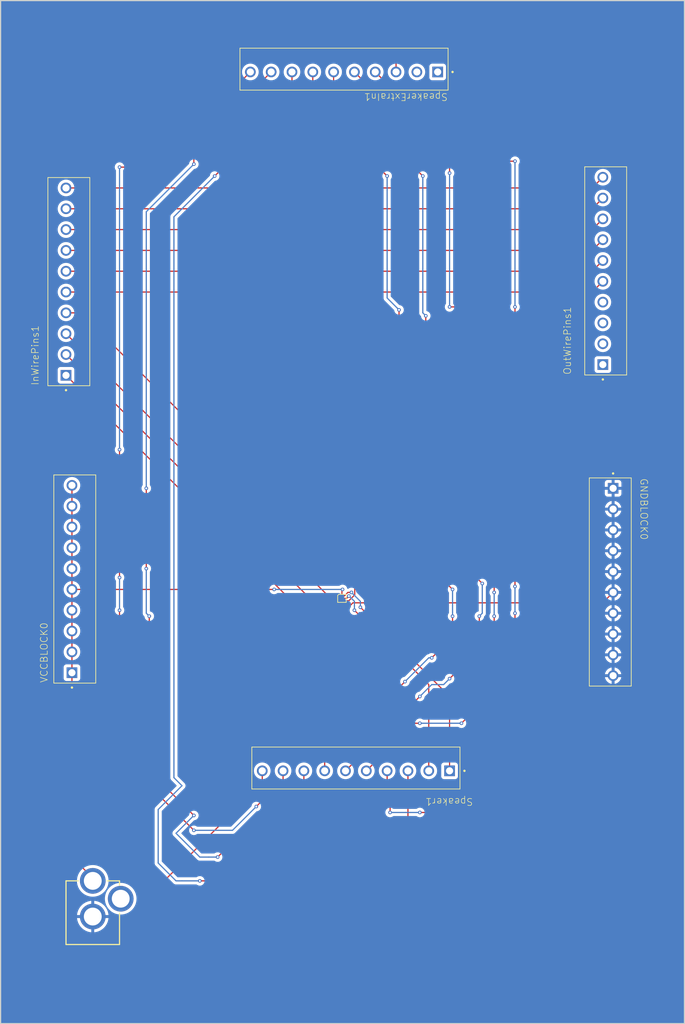
<source format=kicad_pcb>
(kicad_pcb (version 20240108) (generator "pcbnew") (generator_version "8.0")
  (layers (0 "F.Cu" signal) (31 "B.Cu" signal) (34 "B.Paste" user) (35 "F.Paste" user) (36 "B.SilkS" user "B.Silkscreen") (37 "F.SilkS" user "F.Silkscreen") (38 "B.Mask" user) (39 "F.Mask" user) (44 "Edge.Cuts" user))
  (net 0 "")
  (net 1 "/GND")
  (net 3 "/VCC")
  (net 4 "Net-(U1-OUTN)")
  (net 5 "/!SD_MODE_IN")
  (net 6 "/BCLK_IN")
  (net 8 "Net-(U1-OUTP)")
  (net 9 "/LRCK_IN")
  (net 10 "/DIN_IN")
  (net 11 "Net-(InWirePins1-Pad9)")
  (net 12 "Net-(InWirePins1-Pad8)")
  (net 13 "Net-(InWirePins1-Pad10)")
  (net 14 "Net-(InWirePins1-Pad7)")
  (net 15 "Net-(InWirePins1-Pad6)")
  (net 16 "Net-(InWirePins1-Pad5)")
  (net 17 "Net-(Speaker1-Pad5)")
  (net 18 "Net-(Speaker1-Pad10)")
  (net 19 "Net-(Speaker1-Pad3)")
  (net 20 "Net-(Speaker1-Pad7)")
  (net 21 "Net-(Speaker1-Pad9)")
  (net 22 "Net-(Speaker1-Pad6)")
  (net 23 "Net-(Speaker1-Pad8)")
  (net 24 "Net-(Speaker1-Pad4)")
  (footprint "PCB Audio Schematic:PHOENIX_1984691" (layer "F.Cu") (at 50 136.75 90)
    (property "Reference" "VCCBLOCK0" (at 0 -8 90) (layer "F.SilkS") (effects (font (size 1.1684 1.1684) (thickness 0.1016)) (justify left bottom)))
    (property "Value" "1984691")
    (fp_line (start 35 -7.05) (end 35 0) (stroke (width 0.127)) (layer "F.SilkS"))
    (fp_line (start 0 -7.05) (end 35 -7.05) (stroke (width 0.127)) (layer "F.SilkS"))
    (fp_line (start 0 -7.05) (end 0 0) (stroke (width 0.127)) (layer "F.SilkS"))
    (fp_line (start 0 0) (end 35 0) (stroke (width 0.127)) (layer "F.SilkS"))
    (fp_circle (center -0.75 -4) (end -0.65 -4) (stroke (width 0.2)) (fill none) (layer "F.SilkS"))
    (pad "1" thru_hole rect (at 1.75 -4 90) (size 1.8 1.8) (drill 1.2) (layers "*.Cu" "*.Mask") (net 3 "/VCC"))
    (pad "2" thru_hole circle (at 5.25 -4 90) (size 1.8 1.8) (drill 1.2) (layers "*.Cu" "*.Mask") (net 3 "/VCC"))
    (pad "3" thru_hole circle (at 8.75 -4 90) (size 1.8 1.8) (drill 1.2) (layers "*.Cu" "*.Mask") (net 3 "/VCC"))
    (pad "4" thru_hole circle (at 12.25 -4 90) (size 1.8 1.8) (drill 1.2) (layers "*.Cu" "*.Mask") (net 3 "/VCC"))
    (pad "5" thru_hole circle (at 15.75 -4 90) (size 1.8 1.8) (drill 1.2) (layers "*.Cu" "*.Mask") (net 3 "/VCC"))
    (pad "6" thru_hole circle (at 19.25 -4 90) (size 1.8 1.8) (drill 1.2) (layers "*.Cu" "*.Mask") (net 3 "/VCC"))
    (pad "7" thru_hole circle (at 22.75 -4 90) (size 1.8 1.8) (drill 1.2) (layers "*.Cu" "*.Mask") (net 3 "/VCC"))
    (pad "8" thru_hole circle (at 26.25 -4 90) (size 1.8 1.8) (drill 1.2) (layers "*.Cu" "*.Mask") (net 3 "/VCC"))
    (pad "9" thru_hole circle (at 29.75 -4 90) (size 1.8 1.8) (drill 1.2) (layers "*.Cu" "*.Mask") (net 3 "/VCC"))
    (pad "10" thru_hole circle (at 33.25 -4 90) (size 1.8 1.8) (drill 1.2) (layers "*.Cu" "*.Mask") (net 3 "/VCC"))
  )
  (footprint "PCB Audio Schematic:POWER_JACK" (layer "F.Cu") (at 49.5 183.7)
    (property "Reference" "J1" (hide yes))
    (property "Value" "POWER_JACK" (hide yes))
    (fp_line (start -4.5 -13.7) (end -2.4 -13.7) (stroke (width 0.2032)) (layer "F.SilkS"))
    (fp_line (start -4.5 -3) (end -4.5 -13.7) (stroke (width 0.2032)) (layer "F.SilkS"))
    (fp_line (start -4.5 -3) (end 4.5 -3) (stroke (width 0.2032)) (layer "F.SilkS"))
    (fp_line (start 4.5 -13.7) (end 2.4 -13.7) (stroke (width 0.2032)) (layer "F.SilkS"))
    (fp_line (start 4.5 -13.7) (end 4.5 -13) (stroke (width 0.2032)) (layer "F.SilkS"))
    (fp_line (start 4.5 -3) (end 4.5 -8.3) (stroke (width 0.2032)) (layer "F.SilkS"))
    (pad "GND" thru_hole circle (at 0 -7.7) (size 4.318 4.318) (drill 2.9972) (layers "*.Cu" "*.Mask") (net 1 "/GND"))
    (pad "GNDBREAK" thru_hole circle (at 4.7 -10.7 90) (size 4.318 4.318) (drill 2.9972) (layers "*.Cu" "*.Mask"))
    (pad "PWR" thru_hole circle (at 0 -13.7) (size 4.318 4.318) (drill 2.9972) (layers "*.Cu" "*.Mask") (net 3 "/VCC"))
  )
  (footprint "PCB Audio Schematic:PHOENIX_1984691" (layer "F.Cu") (at 49 86.75 90)
    (property "Reference" "InWirePins1" (at 0 -8.5 90) (layer "F.SilkS") (effects (font (size 1.1684 1.1684) (thickness 0.1016)) (justify left bottom)))
    (property "Value" "~")
    (fp_line (start 35 -7.05) (end 35 0) (stroke (width 0.127)) (layer "F.SilkS"))
    (fp_line (start 0 -7.05) (end 35 -7.05) (stroke (width 0.127)) (layer "F.SilkS"))
    (fp_line (start 0 -7.05) (end 0 0) (stroke (width 0.127)) (layer "F.SilkS"))
    (fp_line (start 0 0) (end 35 0) (stroke (width 0.127)) (layer "F.SilkS"))
    (fp_circle (center -0.75 -4) (end -0.65 -4) (stroke (width 0.2)) (fill none) (layer "F.SilkS"))
    (pad "1" thru_hole rect (at 1.75 -4 90) (size 1.8 1.8) (drill 1.2) (layers "*.Cu" "*.Mask") (net 6 "/BCLK_IN"))
    (pad "2" thru_hole circle (at 5.25 -4 90) (size 1.8 1.8) (drill 1.2) (layers "*.Cu" "*.Mask") (net 10 "/DIN_IN"))
    (pad "3" thru_hole circle (at 8.75 -4 90) (size 1.8 1.8) (drill 1.2) (layers "*.Cu" "*.Mask") (net 5 "/!SD_MODE_IN"))
    (pad "4" thru_hole circle (at 12.25 -4 90) (size 1.8 1.8) (drill 1.2) (layers "*.Cu" "*.Mask") (net 9 "/LRCK_IN"))
    (pad "5" thru_hole circle (at 15.75 -4 90) (size 1.8 1.8) (drill 1.2) (layers "*.Cu" "*.Mask") (net 16 "Net-(InWirePins1-Pad5)"))
    (pad "6" thru_hole circle (at 19.25 -4 90) (size 1.8 1.8) (drill 1.2) (layers "*.Cu" "*.Mask") (net 15 "Net-(InWirePins1-Pad6)"))
    (pad "7" thru_hole circle (at 22.75 -4 90) (size 1.8 1.8) (drill 1.2) (layers "*.Cu" "*.Mask") (net 14 "Net-(InWirePins1-Pad7)"))
    (pad "8" thru_hole circle (at 26.25 -4 90) (size 1.8 1.8) (drill 1.2) (layers "*.Cu" "*.Mask") (net 12 "Net-(InWirePins1-Pad8)"))
    (pad "9" thru_hole circle (at 29.75 -4 90) (size 1.8 1.8) (drill 1.2) (layers "*.Cu" "*.Mask") (net 11 "Net-(InWirePins1-Pad9)"))
    (pad "10" thru_hole circle (at 33.25 -4 90) (size 1.8 1.8) (drill 1.2) (layers "*.Cu" "*.Mask") (net 13 "Net-(InWirePins1-Pad10)"))
  )
  (footprint "PCB Audio Schematic:PHOENIX_1984691" (layer "F.Cu") (at 133 102.25 -90)
    (property "Reference" "GNDBLOCK0" (at 0 -8.5 -90) (layer "F.SilkS") (effects (font (size 1.1684 1.1684) (thickness 0.1016)) (justify left bottom)))
    (property "Value" "1984691")
    (fp_line (start 0 0) (end 35 0) (stroke (width 0.127)) (layer "F.SilkS"))
    (fp_line (start 0 -7.05) (end 0 0) (stroke (width 0.127)) (layer "F.SilkS"))
    (fp_line (start 0 -7.05) (end 35 -7.05) (stroke (width 0.127)) (layer "F.SilkS"))
    (fp_line (start 35 -7.05) (end 35 0) (stroke (width 0.127)) (layer "F.SilkS"))
    (fp_circle (center -0.75 -4) (end -0.65 -4) (stroke (width 0.2)) (fill none) (layer "F.SilkS"))
    (pad "1" thru_hole rect (at 1.75 -4 270) (size 1.8 1.8) (drill 1.2) (layers "*.Cu" "*.Mask") (net 1 "/GND"))
    (pad "2" thru_hole circle (at 5.25 -4 270) (size 1.8 1.8) (drill 1.2) (layers "*.Cu" "*.Mask") (net 1 "/GND"))
    (pad "3" thru_hole circle (at 8.75 -4 270) (size 1.8 1.8) (drill 1.2) (layers "*.Cu" "*.Mask") (net 1 "/GND"))
    (pad "4" thru_hole circle (at 12.25 -4 270) (size 1.8 1.8) (drill 1.2) (layers "*.Cu" "*.Mask") (net 1 "/GND"))
    (pad "5" thru_hole circle (at 15.75 -4 270) (size 1.8 1.8) (drill 1.2) (layers "*.Cu" "*.Mask") (net 1 "/GND"))
    (pad "6" thru_hole circle (at 19.25 -4 270) (size 1.8 1.8) (drill 1.2) (layers "*.Cu" "*.Mask") (net 1 "/GND"))
    (pad "7" thru_hole circle (at 22.75 -4 270) (size 1.8 1.8) (drill 1.2) (layers "*.Cu" "*.Mask") (net 1 "/GND"))
    (pad "8" thru_hole circle (at 26.25 -4 270) (size 1.8 1.8) (drill 1.2) (layers "*.Cu" "*.Mask") (net 1 "/GND"))
    (pad "9" thru_hole circle (at 29.75 -4 270) (size 1.8 1.8) (drill 1.2) (layers "*.Cu" "*.Mask") (net 1 "/GND"))
    (pad "10" thru_hole circle (at 33.25 -4 270) (size 1.8 1.8) (drill 1.2) (layers "*.Cu" "*.Mask") (net 1 "/GND"))
  )
  (footprint "PCB Audio Schematic:PHOENIX_1984691" (layer "F.Cu") (at 109.25 30 180)
    (property "Reference" "SpeakerExtraIn1" (at 0 -7.5 180) (layer "F.SilkS") (effects (font (size 1.1684 1.1684) (thickness 0.1016)) (justify left bottom)))
    (property "Value" "~")
    (fp_line (start 35 -7.05) (end 35 0) (stroke (width 0.127)) (layer "F.SilkS"))
    (fp_line (start 0 0) (end 35 0) (stroke (width 0.127)) (layer "F.SilkS"))
    (fp_line (start 0 -7.05) (end 35 -7.05) (stroke (width 0.127)) (layer "F.SilkS"))
    (fp_line (start 0 -7.05) (end 0 0) (stroke (width 0.127)) (layer "F.SilkS"))
    (fp_circle (center -0.75 -4) (end -0.65 -4) (stroke (width 0.2)) (fill none) (layer "F.SilkS"))
    (pad "1" thru_hole rect (at 1.75 -4 180) (size 1.8 1.8) (drill 1.2) (layers "*.Cu" "*.Mask"))
    (pad "2" thru_hole circle (at 5.25 -4 180) (size 1.8 1.8) (drill 1.2) (layers "*.Cu" "*.Mask"))
    (pad "3" thru_hole circle (at 8.75 -4 180) (size 1.8 1.8) (drill 1.2) (layers "*.Cu" "*.Mask") (net 19 "Net-(Speaker1-Pad3)"))
    (pad "4" thru_hole circle (at 12.25 -4 180) (size 1.8 1.8) (drill 1.2) (layers "*.Cu" "*.Mask") (net 24 "Net-(Speaker1-Pad4)"))
    (pad "5" thru_hole circle (at 15.75 -4 180) (size 1.8 1.8) (drill 1.2) (layers "*.Cu" "*.Mask") (net 17 "Net-(Speaker1-Pad5)"))
    (pad "6" thru_hole circle (at 19.25 -4 180) (size 1.8 1.8) (drill 1.2) (layers "*.Cu" "*.Mask") (net 22 "Net-(Speaker1-Pad6)"))
    (pad "7" thru_hole circle (at 22.75 -4 180) (size 1.8 1.8) (drill 1.2) (layers "*.Cu" "*.Mask") (net 20 "Net-(Speaker1-Pad7)"))
    (pad "8" thru_hole circle (at 26.25 -4 180) (size 1.8 1.8) (drill 1.2) (layers "*.Cu" "*.Mask") (net 23 "Net-(Speaker1-Pad8)"))
    (pad "9" thru_hole circle (at 29.75 -4 180) (size 1.8 1.8) (drill 1.2) (layers "*.Cu" "*.Mask") (net 21 "Net-(Speaker1-Pad9)"))
    (pad "10" thru_hole circle (at 33.25 -4 180) (size 1.8 1.8) (drill 1.2) (layers "*.Cu" "*.Mask") (net 18 "Net-(Speaker1-Pad10)"))
  )
  (footprint "PCB Audio Schematic:MAX98357A" (layer "F.Cu") (at 91.4 122.5)
    (property "Reference" "U1" (hide yes))
    (property "Value" "MAX98357A")
    (fp_line (start -0.7185 -0.4815) (end -0.7185 0.6735) (stroke (width 0.127)) (layer "F.SilkS"))
    (fp_line (start -0.7185 0.6735) (end 0.7185 0.6735) (stroke (width 0.127)) (layer "F.SilkS"))
    (fp_line (start -0.5265 -0.6735) (end -0.7185 -0.4815) (stroke (width 0.127)) (layer "F.SilkS"))
    (fp_line (start 0.7185 -0.6735) (end -0.5265 -0.6735) (stroke (width 0.127)) (layer "F.SilkS"))
    (fp_line (start 0.7185 -0.6735) (end 0.7185 0.6735) (stroke (width 0.127)) (layer "F.SilkS"))
    (pad "A1" smd roundrect (at -0.4 -0.4) (size 0.2 0.2) (layers "F.Cu" "F.Paste" "F.Mask") (roundrect_rratio 0.5) (net 5 "/!SD_MODE_IN"))
    (pad "A2" smd roundrect (at 0 -0.4) (size 0.2 0.2) (layers "F.Cu" "F.Paste" "F.Mask") (roundrect_rratio 0.5) (net 3 "/VCC"))
    (pad "A3" smd roundrect (at 0.4 -0.4) (size 0.2 0.2) (layers "F.Cu" "F.Paste" "F.Mask") (roundrect_rratio 0.5) (net 8 "Net-(U1-OUTP)"))
    (pad "B1" smd roundrect (at -0.4 0) (size 0.2 0.2) (layers "F.Cu" "F.Paste" "F.Mask") (roundrect_rratio 0.5) (net 10 "/DIN_IN"))
    (pad "B2" smd roundrect (at 0 0) (size 0.2 0.2) (layers "F.Cu" "F.Paste" "F.Mask") (roundrect_rratio 0.5))
    (pad "B3" smd roundrect (at 0.4 0) (size 0.2 0.2) (layers "F.Cu" "F.Paste" "F.Mask") (roundrect_rratio 0.5) (net 4 "Net-(U1-OUTN)"))
    (pad "C1" smd roundrect (at -0.4 0.4) (size 0.2 0.2) (layers "F.Cu" "F.Paste" "F.Mask") (roundrect_rratio 0.5) (net 6 "/BCLK_IN"))
    (pad "C2" smd roundrect (at 0 0.4) (size 0.2 0.2) (layers "F.Cu" "F.Paste" "F.Mask") (roundrect_rratio 0.5) (net 1 "/GND"))
    (pad "C3" smd roundrect (at 0.4 0.4) (size 0.2 0.2) (layers "F.Cu" "F.Paste" "F.Mask") (roundrect_rratio 0.5) (net 9 "/LRCK_IN"))
  )
  (footprint "PCB Audio Schematic:PHOENIX_1984691" (layer "F.Cu") (at 111.25 147.5 180)
    (property "Reference" "Speaker1" (at -2.25 -8.5 180) (layer "F.SilkS") (effects (font (size 1.1684 1.1684) (thickness 0.1016)) (justify left bottom)))
    (property "Value" "~")
    (fp_line (start 35 -7.05) (end 35 0) (stroke (width 0.127)) (layer "F.SilkS"))
    (fp_line (start 0 0) (end 35 0) (stroke (width 0.127)) (layer "F.SilkS"))
    (fp_line (start 0 -7.05) (end 35 -7.05) (stroke (width 0.127)) (layer "F.SilkS"))
    (fp_line (start 0 -7.05) (end 0 0) (stroke (width 0.127)) (layer "F.SilkS"))
    (fp_circle (center -0.75 -4) (end -0.65 -4) (stroke (width 0.2)) (fill none) (layer "F.SilkS"))
    (pad "1" thru_hole rect (at 1.75 -4 180) (size 1.8 1.8) (drill 1.2) (layers "*.Cu" "*.Mask") (net 8 "Net-(U1-OUTP)"))
    (pad "2" thru_hole circle (at 5.25 -4 180) (size 1.8 1.8) (drill 1.2) (layers "*.Cu" "*.Mask") (net 4 "Net-(U1-OUTN)"))
    (pad "3" thru_hole circle (at 8.75 -4 180) (size 1.8 1.8) (drill 1.2) (layers "*.Cu" "*.Mask") (net 19 "Net-(Speaker1-Pad3)"))
    (pad "4" thru_hole circle (at 12.25 -4 180) (size 1.8 1.8) (drill 1.2) (layers "*.Cu" "*.Mask") (net 24 "Net-(Speaker1-Pad4)"))
    (pad "5" thru_hole circle (at 15.75 -4 180) (size 1.8 1.8) (drill 1.2) (layers "*.Cu" "*.Mask") (net 17 "Net-(Speaker1-Pad5)"))
    (pad "6" thru_hole circle (at 19.25 -4 180) (size 1.8 1.8) (drill 1.2) (layers "*.Cu" "*.Mask") (net 22 "Net-(Speaker1-Pad6)"))
    (pad "7" thru_hole circle (at 22.75 -4 180) (size 1.8 1.8) (drill 1.2) (layers "*.Cu" "*.Mask") (net 20 "Net-(Speaker1-Pad7)"))
    (pad "8" thru_hole circle (at 26.25 -4 180) (size 1.8 1.8) (drill 1.2) (layers "*.Cu" "*.Mask") (net 23 "Net-(Speaker1-Pad8)"))
    (pad "9" thru_hole circle (at 29.75 -4 180) (size 1.8 1.8) (drill 1.2) (layers "*.Cu" "*.Mask") (net 21 "Net-(Speaker1-Pad9)"))
    (pad "10" thru_hole circle (at 33.25 -4 180) (size 1.8 1.8) (drill 1.2) (layers "*.Cu" "*.Mask") (net 18 "Net-(Speaker1-Pad10)"))
  )
  (footprint "PCB Audio Schematic:PHOENIX_1984691" (layer "F.Cu") (at 139.275 84.9475 90)
    (property "Reference" "OutWirePins1" (at 0 -9.275 90) (layer "F.SilkS") (effects (font (size 1.1684 1.1684) (thickness 0.1016)) (justify left bottom)))
    (property "Value" "~")
    (fp_line (start 35 -7.05) (end 35 0) (stroke (width 0.127)) (layer "F.SilkS"))
    (fp_line (start 0 -7.05) (end 35 -7.05) (stroke (width 0.127)) (layer "F.SilkS"))
    (fp_line (start 0 -7.05) (end 0 0) (stroke (width 0.127)) (layer "F.SilkS"))
    (fp_line (start 0 0) (end 35 0) (stroke (width 0.127)) (layer "F.SilkS"))
    (fp_circle (center -0.75 -4) (end -0.65 -4) (stroke (width 0.2)) (fill none) (layer "F.SilkS"))
    (pad "1" thru_hole rect (at 1.75 -4 90) (size 1.8 1.8) (drill 1.2) (layers "*.Cu" "*.Mask"))
    (pad "2" thru_hole circle (at 5.25 -4 90) (size 1.8 1.8) (drill 1.2) (layers "*.Cu" "*.Mask"))
    (pad "3" thru_hole circle (at 8.75 -4 90) (size 1.8 1.8) (drill 1.2) (layers "*.Cu" "*.Mask"))
    (pad "4" thru_hole circle (at 12.25 -4 90) (size 1.8 1.8) (drill 1.2) (layers "*.Cu" "*.Mask"))
    (pad "5" thru_hole circle (at 15.75 -4 90) (size 1.8 1.8) (drill 1.2) (layers "*.Cu" "*.Mask") (net 16 "Net-(InWirePins1-Pad5)"))
    (pad "6" thru_hole circle (at 19.25 -4 90) (size 1.8 1.8) (drill 1.2) (layers "*.Cu" "*.Mask") (net 15 "Net-(InWirePins1-Pad6)"))
    (pad "7" thru_hole circle (at 22.75 -4 90) (size 1.8 1.8) (drill 1.2) (layers "*.Cu" "*.Mask") (net 14 "Net-(InWirePins1-Pad7)"))
    (pad "8" thru_hole circle (at 26.25 -4 90) (size 1.8 1.8) (drill 1.2) (layers "*.Cu" "*.Mask") (net 12 "Net-(InWirePins1-Pad8)"))
    (pad "9" thru_hole circle (at 29.75 -4 90) (size 1.8 1.8) (drill 1.2) (layers "*.Cu" "*.Mask") (net 11 "Net-(InWirePins1-Pad9)"))
    (pad "10" thru_hole circle (at 33.25 -4 90) (size 1.8 1.8) (drill 1.2) (layers "*.Cu" "*.Mask") (net 13 "Net-(InWirePins1-Pad10)"))
  )
  (gr_rect (start 34 22) (end 149 194) (stroke (width 0.2)) (fill none) (layer "Edge.Cuts"))
  (gr_text "Team 9B - Ultrasonic Math/Music Robot" (at 66 189 0) (layer "F.Cu") (effects (font (size 2.5 2.5) (thickness 0.4)) (justify left bottom)))
  (segment (start 137 118) (end 137 121.5) (width 0.2) (layer "F.Cu") (net 1))
  (segment (start 137 132) (end 137 128.5) (width 0.2) (layer "F.Cu") (net 1))
  (segment (start 137 104) (end 137 107.5) (width 0.2) (layer "F.Cu") (net 1))
  (segment (start 74 127) (end 87.441421 127) (width 0.2) (layer "F.Cu") (net 1))
  (segment (start 55.5 176) (end 74 157.5) (width 0.2) (layer "F.Cu") (net 1))
  (segment (start 74 157.5) (end 74 127) (width 0.2) (layer "F.Cu") (net 1))
  (segment (start 137 114.5) (end 137 118) (width 0.2) (layer "F.Cu") (net 1))
  (segment (start 92.5 124) (end 91.5 124) (width 0.2) (layer "F.Cu") (net 1))
  (segment (start 93.2476 123.2524) (end 92.5 124) (width 0.2) (layer "F.Cu") (net 1))
  (segment (start 137 107.5) (end 137 111) (width 0.2) (layer "F.Cu") (net 1))
  (segment (start 49.5 176) (end 55.5 176) (width 0.2) (layer "F.Cu") (net 1))
  (segment (start 87.441421 127) (end 91.4 123.041421) (width 0.2) (layer "F.Cu") (net 1))
  (segment (start 137 121.5) (end 135.2476 123.2524) (width 0.2) (layer "F.Cu") (net 1))
  (segment (start 91.4 123.041421) (end 91.4 122.9) (width 0.2) (layer "F.Cu") (net 1))
  (segment (start 135.2476 123.2524) (end 93.2476 123.2524) (width 0.2) (layer "F.Cu") (net 1))
  (segment (start 137 111) (end 137 114.5) (width 0.2) (layer "F.Cu") (net 1))
  (segment (start 137 128.5) (end 137 125) (width 0.2) (layer "F.Cu") (net 1))
  (segment (start 91.4 123.9) (end 91.4 122.9) (width 0.2) (layer "F.Cu") (net 1))
  (segment (start 137 135.5) (end 137 132) (width 0.2) (layer "F.Cu") (net 1))
  (segment (start 91.5 124) (end 91.4 123.9) (width 0.2) (layer "F.Cu") (net 1))
  (segment (start 137 125) (end 137 121.5) (width 0.2) (layer "F.Cu") (net 1))
  (segment (start 91.5 121) (end 91.4 121.1) (width 0.2) (layer "F.Cu") (net 3))
  (segment (start 46 103.5) (end 46 107) (width 0.2) (layer "F.Cu") (net 3))
  (segment (start 91.4 121.1) (end 91.4 122.1) (width 0.2) (layer "F.Cu") (net 3))
  (segment (start 46 110.5) (end 46 107) (width 0.2) (layer "F.Cu") (net 3))
  (segment (start 46 128) (end 46 131.5) (width 0.2) (layer "F.Cu") (net 3))
  (segment (start 46 135) (end 46 131.5) (width 0.2) (layer "F.Cu") (net 3))
  (segment (start 49.5 170) (end 49.5 169.5) (width 0.2) (layer "F.Cu") (net 3))
  (segment (start 46 121) (end 46 124.5) (width 0.2) (layer "F.Cu") (net 3))
  (segment (start 49.5 169.5) (end 46 166) (width 0.2) (layer "F.Cu") (net 3))
  (segment (start 46 110.5) (end 46 114) (width 0.2) (layer "F.Cu") (net 3))
  (segment (start 46 124.5) (end 46 128) (width 0.2) (layer "F.Cu") (net 3))
  (segment (start 46 166) (end 46 135) (width 0.2) (layer "F.Cu") (net 3))
  (segment (start 46 114) (end 46 117.5) (width 0.2) (layer "F.Cu") (net 3))
  (segment (start 46 117.5) (end 46 121) (width 0.2) (layer "F.Cu") (net 3))
  (segment (start 46 121) (end 80 121) (width 0.2) (layer "F.Cu") (net 3))
  (via (at 80 121) (size 0.6) (drill 0.3) (layers "F.Cu" "B.Cu") (net 3))
  (via (at 91.5 121) (size 0.6) (drill 0.3) (layers "F.Cu" "B.Cu") (net 3))
  (segment (start 80 121) (end 91.5 121) (width 0.2) (layer "B.Cu") (net 3))
  (segment (start 106 151.5) (end 106 137) (width 0.2) (layer "F.Cu") (net 4))
  (segment (start 92.558577 122.122635) (end 92.181212 122.5) (width 0.2) (layer "F.Cu") (net 4))
  (segment (start 106 137) (end 93.5 124.5) (width 0.2) (layer "F.Cu") (net 4))
  (segment (start 92.181212 122.5) (end 91.8 122.5) (width 0.2) (layer "F.Cu") (net 4))
  (via (at 92.558577 122.122635) (size 0.6) (drill 0.3) (layers "F.Cu" "B.Cu") (net 4))
  (via (at 93.5 124.5) (size 0.6) (drill 0.3) (layers "F.Cu" "B.Cu") (net 4))
  (segment (start 92.622635 122.122635) (end 92.558577 122.122635) (width 0.2) (layer "B.Cu") (net 4))
  (segment (start 93 122.5) (end 92.622635 122.122635) (width 0.2) (layer "B.Cu") (net 4))
  (segment (start 93.5 124.5) (end 93.5 123) (width 0.2) (layer "B.Cu") (net 4))
  (segment (start 93.5 123) (end 93 122.5) (width 0.2) (layer "B.Cu") (net 4))
  (segment (start 89.1 122.1) (end 45 78) (width 0.2) (layer "F.Cu") (net 5))
  (segment (start 91 122.1) (end 89.1 122.1) (width 0.2) (layer "F.Cu") (net 5))
  (segment (start 82.9 122.9) (end 91 122.9) (width 0.2) (layer "F.Cu") (net 6))
  (segment (start 45 85) (end 82.9 122.9) (width 0.2) (layer "F.Cu") (net 6))
  (segment (start 93 121.5) (end 92.4 121.5) (width 0.2) (layer "F.Cu") (net 8))
  (segment (start 109.5 151.5) (end 109.5 139) (width 0.2) (layer "F.Cu") (net 8))
  (segment (start 92.4 121.5) (end 91.8 122.1) (width 0.2) (layer "F.Cu") (net 8))
  (segment (start 109.5 139) (end 94.5 124) (width 0.2) (layer "F.Cu") (net 8))
  (via (at 94.5 124) (size 0.6) (drill 0.3) (layers "F.Cu" "B.Cu") (net 8))
  (via (at 93 121.5) (size 0.6) (drill 0.3) (layers "F.Cu" "B.Cu") (net 8))
  (segment (start 94.5 124) (end 94.5 123) (width 0.2) (layer "B.Cu") (net 8))
  (segment (start 94.5 123) (end 93 121.5) (width 0.2) (layer "B.Cu") (net 8))
  (segment (start 47.5 74.5) (end 45 74.5) (width 0.2) (layer "F.Cu") (net 9))
  (segment (start 93.5524 120.5524) (end 47.5 74.5) (width 0.2) (layer "F.Cu") (net 9))
  (segment (start 93.5524 121.910024) (end 93.5524 120.5524) (width 0.2) (layer "F.Cu") (net 9))
  (segment (start 92.562424 122.9) (end 93.5524 121.910024) (width 0.2) (layer "F.Cu") (net 9))
  (segment (start 91.8 122.9) (end 92.562424 122.9) (width 0.2) (layer "F.Cu") (net 9))
  (segment (start 86 122.5) (end 91 122.5) (width 0.2) (layer "F.Cu") (net 10))
  (segment (start 45 81.5) (end 86 122.5) (width 0.2) (layer "F.Cu") (net 10))
  (segment (start 45 57) (end 133.4725 57) (width 0.2) (layer "F.Cu") (net 11))
  (segment (start 133.4725 57) (end 135.275 55.1975) (width 0.2) (layer "F.Cu") (net 11))
  (segment (start 45 60.5) (end 133.4725 60.5) (width 0.2) (layer "F.Cu") (net 12))
  (segment (start 133.4725 60.5) (end 135.275 58.6975) (width 0.2) (layer "F.Cu") (net 12))
  (segment (start 133.4725 53.5) (end 135.275 51.6975) (width 0.2) (layer "F.Cu") (net 13))
  (segment (start 45 53.5) (end 133.4725 53.5) (width 0.2) (layer "F.Cu") (net 13))
  (segment (start 133.4725 64) (end 135.275 62.1975) (width 0.2) (layer "F.Cu") (net 14))
  (segment (start 45 64) (end 133.4725 64) (width 0.2) (layer "F.Cu") (net 14))
  (segment (start 133.4725 67.5) (end 135.275 65.6975) (width 0.2) (layer "F.Cu") (net 15))
  (segment (start 45 67.5) (end 133.4725 67.5) (width 0.2) (layer "F.Cu") (net 15))
  (segment (start 133.4725 71) (end 135.275 69.1975) (width 0.2) (layer "F.Cu") (net 16))
  (segment (start 45 71) (end 133.4725 71) (width 0.2) (layer "F.Cu") (net 16))
  (segment (start 104.5 143.5) (end 103.5 143.5) (width 0.2) (layer "F.Cu") (net 17))
  (segment (start 109.5 50) (end 109.5 51) (width 0.2) (layer "F.Cu") (net 17))
  (segment (start 117 138) (end 111.5 143.5) (width 0.2) (layer "F.Cu") (net 17))
  (segment (start 93.5 34) (end 109.5 50) (width 0.2) (layer "F.Cu") (net 17))
  (segment (start 109.5 73.5) (end 115.5 73.5) (width 0.2) (layer "F.Cu") (net 17))
  (segment (start 117 125.5) (end 117 138) (width 0.2) (layer "F.Cu") (net 17))
  (segment (start 115.5 73.5) (end 117.5 75.5) (width 0.2) (layer "F.Cu") (net 17))
  (segment (start 103.5 143.5) (end 95.5 151.5) (width 0.2) (layer "F.Cu") (net 17))
  (segment (start 117.5 75.5) (end 117 76) (width 0.2) (layer "F.Cu") (net 17))
  (segment (start 117 76) (end 117 121.5) (width 0.2) (layer "F.Cu") (net 17))
  (via (at 117 121.5) (size 0.6) (drill 0.3) (layers "F.Cu" "B.Cu") (net 17))
  (via (at 104.5 143.5) (size 0.6) (drill 0.3) (layers "F.Cu" "B.Cu") (net 17))
  (via (at 109.5 73.5) (size 0.6) (drill 0.3) (layers "F.Cu" "B.Cu") (net 17))
  (via (at 109.5 51) (size 0.6) (drill 0.3) (layers "F.Cu" "B.Cu") (net 17))
  (via (at 117 125.5) (size 0.6) (drill 0.3) (layers "F.Cu" "B.Cu") (net 17))
  (via (at 111.5 143.5) (size 0.6) (drill 0.3) (layers "F.Cu" "B.Cu") (net 17))
  (segment (start 109.5 51) (end 109.5 73.5) (width 0.2) (layer "B.Cu") (net 17))
  (segment (start 117 121.5) (end 117 125.5) (width 0.2) (layer "B.Cu") (net 17))
  (segment (start 111.5 143.5) (end 104.5 143.5) (width 0.2) (layer "B.Cu") (net 17))
  (segment (start 78 156.5) (end 78 151.5) (width 0.2) (layer "F.Cu") (net 18))
  (segment (start 54 124.5) (end 54 149) (width 0.2) (layer "F.Cu") (net 18))
  (segment (start 54 97.5) (end 54 119) (width 0.2) (layer "F.Cu") (net 18))
  (segment (start 60 50) (end 54 50) (width 0.2) (layer "F.Cu") (net 18))
  (segment (start 54 149) (end 66.5 161.5) (width 0.2) (layer "F.Cu") (net 18))
  (segment (start 76 34) (end 60 50) (width 0.2) (layer "F.Cu") (net 18))
  (segment (start 77 157.5) (end 78 156.5) (width 0.2) (layer "F.Cu") (net 18))
  (via (at 66.5 161.5) (size 0.6) (drill 0.3) (layers "F.Cu" "B.Cu") (net 18))
  (via (at 54 50) (size 0.6) (drill 0.3) (layers "F.Cu" "B.Cu") (net 18))
  (via (at 54 119) (size 0.6) (drill 0.3) (layers "F.Cu" "B.Cu") (net 18))
  (via (at 77 157.5) (size 0.6) (drill 0.3) (layers "F.Cu" "B.Cu") (net 18))
  (via (at 54 97.5) (size 0.6) (drill 0.3) (layers "F.Cu" "B.Cu") (net 18))
  (via (at 54 124.5) (size 0.6) (drill 0.3) (layers "F.Cu" "B.Cu") (net 18))
  (segment (start 73 161.5) (end 77 157.5) (width 0.2) (layer "B.Cu") (net 18))
  (segment (start 54 119) (end 54 124.5) (width 0.2) (layer "B.Cu") (net 18))
  (segment (start 54 50) (end 54 97.5) (width 0.2) (layer "B.Cu") (net 18))
  (segment (start 66.5 161.5) (end 73 161.5) (width 0.2) (layer "B.Cu") (net 18))
  (segment (start 100.5 26) (end 147 26) (width 0.2) (layer "F.Cu") (net 19))
  (segment (start 147 26) (end 147 180.5) (width 0.2) (layer "F.Cu") (net 19))
  (segment (start 147 180.5) (end 102.5 180.5) (width 0.2) (layer "F.Cu") (net 19))
  (segment (start 100.5 34) (end 100.5 26) (width 0.2) (layer "F.Cu") (net 19))
  (segment (start 102.5 180.5) (end 102.5 151.5) (width 0.2) (layer "F.Cu") (net 19))
  (segment (start 88.5 150) (end 88.5 151.5) (width 0.2) (layer "F.Cu") (net 20))
  (segment (start 102 136.5) (end 88.5 150) (width 0.2) (layer "F.Cu") (net 20))
  (segment (start 86.5 39) (end 99 51.5) (width 0.2) (layer "F.Cu") (net 20))
  (segment (start 110 129) (end 106.5 132.5) (width 0.2) (layer "F.Cu") (net 20))
  (segment (start 101 112) (end 110 121) (width 0.2) (layer "F.Cu") (net 20))
  (segment (start 86.5 34) (end 86.5 39) (width 0.2) (layer "F.Cu") (net 20))
  (segment (start 110 125.5) (end 110 129) (width 0.2) (layer "F.Cu") (net 20))
  (segment (start 101 74) (end 101 112) (width 0.2) (layer "F.Cu") (net 20))
  (via (at 106.5 132.5) (size 0.6) (drill 0.3) (layers "F.Cu" "B.Cu") (net 20))
  (via (at 99 51.5) (size 0.6) (drill 0.3) (layers "F.Cu" "B.Cu") (net 20))
  (via (at 110 121) (size 0.6) (drill 0.3) (layers "F.Cu" "B.Cu") (net 20))
  (via (at 110 125.5) (size 0.6) (drill 0.3) (layers "F.Cu" "B.Cu") (net 20))
  (via (at 101 74) (size 0.6) (drill 0.3) (layers "F.Cu" "B.Cu") (net 20))
  (via (at 102 136.5) (size 0.6) (drill 0.3) (layers "F.Cu" "B.Cu") (net 20))
  (segment (start 99 72) (end 101 74) (width 0.2) (layer "B.Cu") (net 20))
  (segment (start 110 121) (end 110 125.5) (width 0.2) (layer "B.Cu") (net 20))
  (segment (start 106.5 132.5) (end 106 132.5) (width 0.2) (layer "B.Cu") (net 20))
  (segment (start 106 132.5) (end 102 136.5) (width 0.2) (layer "B.Cu") (net 20))
  (segment (start 99 51.5) (end 99 72) (width 0.2) (layer "B.Cu") (net 20))
  (segment (start 59 125.5) (end 59 151.5) (width 0.2) (layer "F.Cu") (net 21))
  (segment (start 59 151.5) (end 66.5 159) (width 0.2) (layer "F.Cu") (net 21))
  (segment (start 70.5 166) (end 81.5 155) (width 0.2) (layer "F.Cu") (net 21))
  (segment (start 79.5 34) (end 66.5 47) (width 0.2) (layer "F.Cu") (net 21))
  (segment (start 66.5 47) (end 66.5 49.5) (width 0.2) (layer "F.Cu") (net 21))
  (segment (start 81.5 155) (end 81.5 151.5) (width 0.2) (layer "F.Cu") (net 21))
  (segment (start 58.5 104) (end 58.5 117.5) (width 0.2) (layer "F.Cu") (net 21))
  (via (at 59 125.5) (size 0.6) (drill 0.3) (layers "F.Cu" "B.Cu") (net 21))
  (via (at 58.5 104) (size 0.6) (drill 0.3) (layers "F.Cu" "B.Cu") (net 21))
  (via (at 66.5 159) (size 0.6) (drill 0.3) (layers "F.Cu" "B.Cu") (net 21))
  (via (at 66.5 49.5) (size 0.6) (drill 0.3) (layers "F.Cu" "B.Cu") (net 21))
  (via (at 70.5 166) (size 0.6) (drill 0.3) (layers "F.Cu" "B.Cu") (net 21))
  (via (at 58.5 117.5) (size 0.6) (drill 0.3) (layers "F.Cu" "B.Cu") (net 21))
  (segment (start 69 166) (end 70.5 166) (width 0.2) (layer "B.Cu") (net 21))
  (segment (start 66.5 49.5) (end 58.5 57.5) (width 0.2) (layer "B.Cu") (net 21))
  (segment (start 58.5 57.5) (end 58.5 104) (width 0.2) (layer "B.Cu") (net 21))
  (segment (start 58.5 125) (end 59 125.5) (width 0.2) (layer "B.Cu") (net 21))
  (segment (start 66.5 159) (end 63.5 162) (width 0.2) (layer "B.Cu") (net 21))
  (segment (start 67.5 166) (end 69 166) (width 0.2) (layer "B.Cu") (net 21))
  (segment (start 58.5 117.5) (end 58.5 125) (width 0.2) (layer "B.Cu") (net 21))
  (segment (start 63.5 162) (end 67.5 166) (width 0.2) (layer "B.Cu") (net 21))
  (segment (start 90 36.5) (end 105 51.5) (width 0.2) (layer "F.Cu") (net 22))
  (segment (start 104.5 139) (end 92 151.5) (width 0.2) (layer "F.Cu") (net 22))
  (segment (start 105.5 75) (end 105.5 110.5) (width 0.2) (layer "F.Cu") (net 22))
  (segment (start 105.5 110.5) (end 115 120) (width 0.2) (layer "F.Cu") (net 22))
  (segment (start 114.5 125.5) (end 114.5 131) (width 0.2) (layer "F.Cu") (net 22))
  (segment (start 114.5 131) (end 109.5 136) (width 0.2) (layer "F.Cu") (net 22))
  (segment (start 90 34) (end 90 36.5) (width 0.2) (layer "F.Cu") (net 22))
  (via (at 104.5 139) (size 0.6) (drill 0.3) (layers "F.Cu" "B.Cu") (net 22))
  (via (at 114.5 125.5) (size 0.6) (drill 0.3) (layers "F.Cu" "B.Cu") (net 22))
  (via (at 109.5 136) (size 0.6) (drill 0.3) (layers "F.Cu" "B.Cu") (net 22))
  (via (at 115 120) (size 0.6) (drill 0.3) (layers "F.Cu" "B.Cu") (net 22))
  (via (at 105.5 75) (size 0.6) (drill 0.3) (layers "F.Cu" "B.Cu") (net 22))
  (via (at 105 51.5) (size 0.6) (drill 0.3) (layers "F.Cu" "B.Cu") (net 22))
  (segment (start 109.5 136) (end 108.5 137) (width 0.2) (layer "B.Cu") (net 22))
  (segment (start 115 120) (end 115 125) (width 0.2) (layer "B.Cu") (net 22))
  (segment (start 105 51.5) (end 105 74.5) (width 0.2) (layer "B.Cu") (net 22))
  (segment (start 115 125) (end 114.5 125.5) (width 0.2) (layer "B.Cu") (net 22))
  (segment (start 105 74.5) (end 105.5 75) (width 0.2) (layer "B.Cu") (net 22))
  (segment (start 106.5 137) (end 104.5 139) (width 0.2) (layer "B.Cu") (net 22))
  (segment (start 108.5 137) (end 106.5 137) (width 0.2) (layer "B.Cu") (net 22))
  (segment (start 83 38.5) (end 70 51.5) (width 0.2) (layer "F.Cu") (net 23))
  (segment (start 83 34) (end 83 38.5) (width 0.2) (layer "F.Cu") (net 23))
  (segment (start 69 170) (end 85 154) (width 0.2) (layer "F.Cu") (net 23))
  (segment (start 85 154) (end 85 151.5) (width 0.2) (layer "F.Cu") (net 23))
  (segment (start 67.5 170) (end 69 170) (width 0.2) (layer "F.Cu") (net 23))
  (via (at 67.5 170) (size 0.6) (drill 0.3) (layers "F.Cu" "B.Cu") (net 23))
  (via (at 70 51.5) (size 0.6) (drill 0.3) (layers "F.Cu" "B.Cu") (net 23))
  (segment (start 63.5 170) (end 64.5 170) (width 0.2) (layer "B.Cu") (net 23))
  (segment (start 64.5 154) (end 60.5 158) (width 0.2) (layer "B.Cu") (net 23))
  (segment (start 63.1476 58.3524) (end 63.1476 152.6476) (width 0.2) (layer "B.Cu") (net 23))
  (segment (start 60.5 158) (end 60.5 167) (width 0.2) (layer "B.Cu") (net 23))
  (segment (start 63.1476 152.6476) (end 64.5 154) (width 0.2) (layer "B.Cu") (net 23))
  (segment (start 70 51.5) (end 63.1476 58.3524) (width 0.2) (layer "B.Cu") (net 23))
  (segment (start 60.5 167) (end 63.5 170) (width 0.2) (layer "B.Cu") (net 23))
  (segment (start 64.5 170) (end 67.5 170) (width 0.2) (layer "B.Cu") (net 23))
  (segment (start 112 49) (end 120.5 49) (width 0.2) (layer "F.Cu") (net 24))
  (segment (start 120.5 125) (end 120.5 158) (width 0.2) (layer "F.Cu") (net 24))
  (segment (start 99.5 158.5) (end 99.5 157.5) (width 0.2) (layer "F.Cu") (net 24))
  (segment (start 97 34) (end 112 49) (width 0.2) (layer "F.Cu") (net 24))
  (segment (start 120.5 73.5) (end 120.5 120.5) (width 0.2) (layer "F.Cu") (net 24))
  (segment (start 99 157) (end 99 151.5) (width 0.2) (layer "F.Cu") (net 24))
  (segment (start 120.5 158) (end 121 158.5) (width 0.2) (layer "F.Cu") (net 24))
  (segment (start 121 158.5) (end 104.5 158.5) (width 0.2) (layer "F.Cu") (net 24))
  (segment (start 99.5 157.5) (end 99 157) (width 0.2) (layer "F.Cu") (net 24))
  (via (at 120.5 125) (size 0.6) (drill 0.3) (layers "F.Cu" "B.Cu") (net 24))
  (via (at 120.5 120.5) (size 0.6) (drill 0.3) (layers "F.Cu" "B.Cu") (net 24))
  (via (at 120.5 49) (size 0.6) (drill 0.3) (layers "F.Cu" "B.Cu") (net 24))
  (via (at 120.5 73.5) (size 0.6) (drill 0.3) (layers "F.Cu" "B.Cu") (net 24))
  (via (at 99.5 158.5) (size 0.6) (drill 0.3) (layers "F.Cu" "B.Cu") (net 24))
  (via (at 104.5 158.5) (size 0.6) (drill 0.3) (layers "F.Cu" "B.Cu") (net 24))
  (segment (start 104.5 158.5) (end 99.5 158.5) (width 0.2) (layer "B.Cu") (net 24))
  (segment (start 120.5 49) (end 120.5 73.5) (width 0.2) (layer "B.Cu") (net 24))
  (segment (start 120.5 120.5) (end 120.5 125) (width 0.2) (layer "B.Cu") (net 24))
  (zone (net 1) (net_name "/GND") (layer "B.Cu") (connect_pads (clearance 0.5)) (min_thickness 0.25) (fill yes (thermal_gap 0.5) (thermal_bridge_width 0.5))
    (polygon (pts (xy 34 22) (xy 34 194) (xy 149 194) (xy 149 22)))
  )
)
</source>
